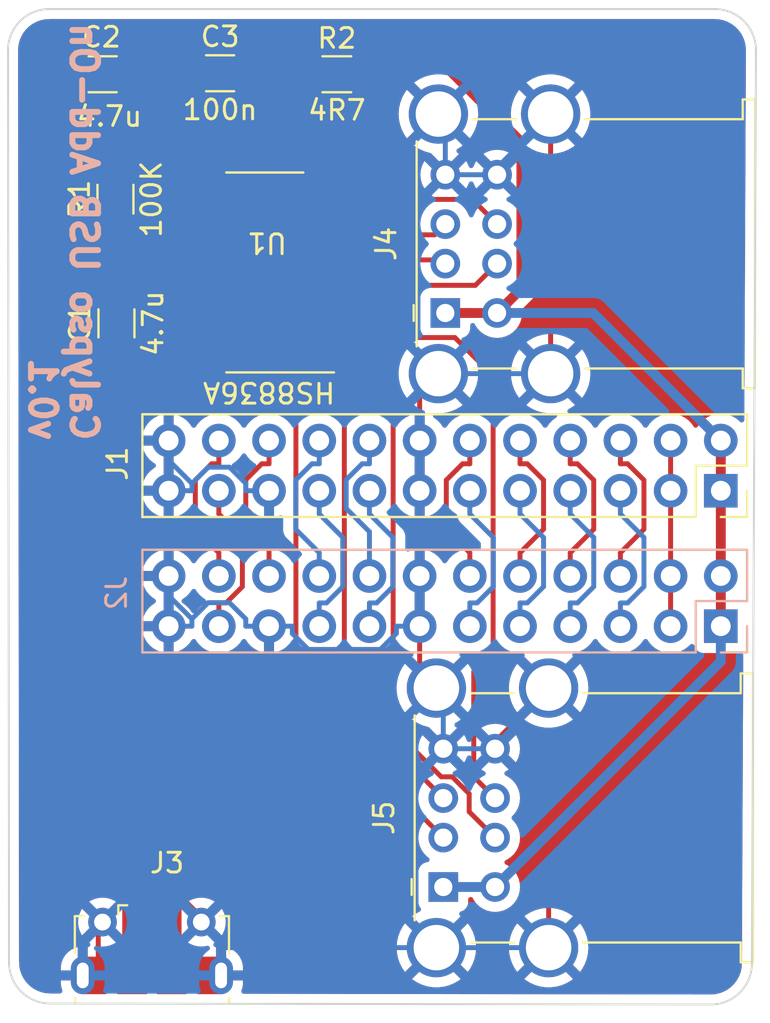
<source format=kicad_pcb>
(kicad_pcb (version 20211014) (generator pcbnew)
  (layers (0 "F.Cu" signal) (31 "B.Cu" signal) (34 "B.Paste" user) (35 "F.Paste" user) (36 "B.SilkS" user "B.Silkscreen") (37 "F.SilkS" user "F.Silkscreen") (38 "B.Mask" user) (39 "F.Mask" user) (44 "Edge.Cuts" user))
  (net 0 "")
  (net 1 "Net-(C1-Pad1)")
  (net 2 "GND")
  (net 3 "Net-(C2-Pad1)")
  (net 4 "+5V")
  (net 5 "+3.3VP")
  (net 6 "RP_AUX0")
  (net 7 "CYC_AUX0")
  (net 8 "RP_AUX1")
  (net 9 "CYC_AUX1")
  (net 10 "RP_AUX2")
  (net 11 "CYC_AUX2")
  (net 12 "RP_AUX3")
  (net 13 "CYC_AUX3")
  (net 14 "SER_RX")
  (net 15 "CYC_AUX4")
  (net 16 "SER_TX")
  (net 17 "CYC_AUX5")
  (net 18 "CYC_AUX6")
  (net 19 "RP_RESET")
  (net 20 "CYC_AUX7")
  (net 22 "UM")
  (net 23 "UP")
  (net 25 "DM1")
  (net 26 "DP1")
  (net 27 "DM2")
  (net 28 "DP2")
  (net 29 "DM3")
  (net 30 "DP3")
  (net 31 "DM4")
  (net 32 "DP4")
  (net 33 "Net-(R1-Pad1)")
  (footprint "Resistor_SMD:R_1206_3216Metric_Pad1.30x1.75mm_HandSolder" (layer "F.Cu") (at 70.2056 54.584 90)
    (fp_text reference "R1" (at 0 -1.82 90) (layer "F.SilkS"))
    (fp_text value "100K" (at 0 1.82 90) (layer "F.SilkS"))
    (fp_line (start -0.727064 -0.91) (end 0.727064 -0.91) (layer "F.SilkS") (width 0.12))
    (fp_line (start -0.727064 0.91) (end 0.727064 0.91) (layer "F.SilkS") (width 0.12))
    (pad "1" smd roundrect (at -1.55 0 90) (size 1.3 1.75) (layers "F.Cu" "F.Paste" "F.Mask") (roundrect_rratio 0.1923076923) (net 33 "Net-(R1-Pad1)"))
    (pad "2" smd roundrect (at 1.55 0 90) (size 1.3 1.75) (layers "F.Cu" "F.Paste" "F.Mask") (roundrect_rratio 0.1923076923) (net 2 "GND"))
  )
  (footprint "Capacitor_SMD:C_1206_3216Metric_Pad1.33x1.80mm_HandSolder" (layer "F.Cu") (at 75.5011 48.2092)
    (fp_text reference "C3" (at 0 -1.85) (layer "F.SilkS"))
    (fp_text value "100n" (at 0 1.85) (layer "F.SilkS"))
    (fp_line (start -0.711252 0.91) (end 0.711252 0.91) (layer "F.SilkS") (width 0.12))
    (fp_line (start -0.711252 -0.91) (end 0.711252 -0.91) (layer "F.SilkS") (width 0.12))
    (pad "1" smd roundrect (at -1.5625 0) (size 1.325 1.8) (layers "F.Cu" "F.Paste" "F.Mask") (roundrect_rratio 0.1886792453) (net 3 "Net-(C2-Pad1)"))
    (pad "2" smd roundrect (at 1.5625 0) (size 1.325 1.8) (layers "F.Cu" "F.Paste" "F.Mask") (roundrect_rratio 0.1886792453) (net 2 "GND"))
  )
  (footprint "Capacitor_SMD:C_1206_3216Metric_Pad1.33x1.80mm_HandSolder" (layer "F.Cu") (at 70.2564 60.8707 90)
    (fp_text reference "C1" (at 0 -1.85 90) (layer "F.SilkS"))
    (fp_text value "4.7u" (at 0 1.85 90) (layer "F.SilkS"))
    (fp_line (start -0.711252 0.91) (end 0.711252 0.91) (layer "F.SilkS") (width 0.12))
    (fp_line (start -0.711252 -0.91) (end 0.711252 -0.91) (layer "F.SilkS") (width 0.12))
    (pad "1" smd roundrect (at -1.5625 0 90) (size 1.325 1.8) (layers "F.Cu" "F.Paste" "F.Mask") (roundrect_rratio 0.1886792453) (net 1 "Net-(C1-Pad1)"))
    (pad "2" smd roundrect (at 1.5625 0 90) (size 1.325 1.8) (layers "F.Cu" "F.Paste" "F.Mask") (roundrect_rratio 0.1886792453) (net 2 "GND"))
  )
  (footprint "Connector_USB:USB_Micro-B_Molex-105017-0001" (layer "F.Cu") (at 72.0504 92.6409)
    (fp_text reference "J3" (at 0.7664 -4.4521) (layer "F.SilkS"))
    (fp_text value "USB_B_Micro" hide)
    (fp_line (start 3.9 0.0875) (end 3.9 -1.7625) (layer "F.SilkS") (width 0.12))
    (fp_line (start -3.9 0.0875) (end -3.9 -1.7625) (layer "F.SilkS") (width 0.12))
    (fp_line (start -1.7 -2.3125) (end -1.7 -1.8625) (layer "F.SilkS") (width 0.12))
    (fp_line (start -3.9 2.6375) (end -3.9 2.3875) (layer "F.SilkS") (width 0.12))
    (fp_line (start 3.9 -1.7625) (end 3.45 -1.7625) (layer "F.SilkS") (width 0.12))
    (fp_line (start -3.9 -1.7625) (end -3.45 -1.7625) (layer "F.SilkS") (width 0.12))
    (fp_line (start -1.7 -2.3125) (end -1.25 -2.3125) (layer "F.SilkS") (width 0.12))
    (fp_line (start 3.9 2.6375) (end 3.9 2.3875) (layer "F.SilkS") (width 0.12))
    (pad "1" smd rect (at -1.3 -1.4625) (size 0.4 1.35) (layers "F.Cu" "F.Paste" "F.Mask"))
    (pad "2" smd rect (at -0.65 -1.4625) (size 0.4 1.35) (layers "F.Cu" "F.Paste" "F.Mask") (net 22 "UM"))
    (pad "3" smd rect (at 0 -1.4625) (size 0.4 1.35) (layers "F.Cu" "F.Paste" "F.Mask") (net 23 "UP"))
    (pad "4" smd rect (at 0.65 -1.4625) (size 0.4 1.35) (layers "F.Cu" "F.Paste" "F.Mask"))
    (pad "5" smd rect (at 1.3 -1.4625) (size 0.4 1.35) (layers "F.Cu" "F.Paste" "F.Mask") (net 2 "GND"))
    (pad "6" thru_hole oval (at 3.5 1.2375) (size 1.2 1.9) (drill oval 0.6 1.3) (layers *.Cu *.Mask) (net 2 "GND"))
    (pad "6" smd rect (at -1 1.2375) (size 1.5 1.9) (layers "F.Cu" "F.Paste" "F.Mask") (net 2 "GND"))
    (pad "6" smd rect (at 1 1.2375) (size 1.5 1.9) (layers "F.Cu" "F.Paste" "F.Mask") (net 2 "GND"))
    (pad "6" smd rect (at 2.9 1.2375) (size 1.2 1.9) (layers "F.Cu" "F.Mask") (net 2 "GND"))
    (pad "6" smd rect (at -2.9 1.2375) (size 1.2 1.9) (layers "F.Cu" "F.Mask") (net 2 "GND"))
    (pad "6" thru_hole circle (at -2.5 -1.4625) (size 1.45 1.45) (drill 0.85) (layers *.Cu *.Mask) (net 2 "GND"))
    (pad "6" thru_hole circle (at 2.5 -1.4625) (size 1.45 1.45) (drill 0.85) (layers *.Cu *.Mask) (net 2 "GND"))
    (pad "6" thru_hole oval (at -3.5 1.2375 180) (size 1.2 1.9) (drill oval 0.6 1.3) (layers *.Cu *.Mask) (net 2 "GND"))
  )
  (footprint "Connector_USB:USB_A_Wuerth_61400826021_Horizontal_Stacked" (layer "F.Cu") (at 86.8968 60.3452 90)
    (fp_text reference "J4" (at 3.5 -3 90) (layer "F.SilkS"))
    (fp_text value "USB_A_Stacked" hide)
    (fp_line (start -2.81 15.05) (end -2.81 7.08) (layer "F.SilkS") (width 0.12))
    (fp_line (start -2.81 3.58) (end -2.81 1.4) (layer "F.SilkS") (width 0.12))
    (fp_line (start -3.81 15.05) (end -2.81 15.05) (layer "F.SilkS") (width 0.12))
    (fp_line (start 9.81 7.08) (end 9.81 15.05) (layer "F.SilkS") (width 0.12))
    (fp_line (start 10.81 15.05) (end 10.81 15.67) (layer "F.SilkS") (width 0.12))
    (fp_line (start 0.4 -1.6) (end -0.4 -1.6) (layer "F.SilkS") (width 0.12))
    (fp_line (start 10.81 15.67) (end -3.81 15.67) (layer "F.SilkS") (width 0.12))
    (fp_line (start -1.69 -1.45) (end 8.69 -1.45) (layer "F.SilkS") (width 0.12))
    (fp_line (start 9.81 3.58) (end 9.81 1.4) (layer "F.SilkS") (width 0.12))
    (fp_line (start 9.81 15.05) (end 10.81 15.05) (layer "F.SilkS") (width 0.12))
    (fp_line (start -3.81 15.67) (end -3.81 15.05) (layer "F.SilkS") (width 0.12))
    (pad "1" thru_hole rect (at 0 0 90) (size 1.5 1.5) (drill 0.92) (layers *.Cu *.Mask) (net 4 "+5V"))
    (pad "2" thru_hole circle (at 2.5 0 90) (size 1.5 1.5) (drill 0.92) (layers *.Cu *.Mask) (net 29 "DM3"))
    (pad "3" thru_hole circle (at 4.5 0 90) (size 1.5 1.5) (drill 0.92) (layers *.Cu *.Mask) (net 30 "DP3"))
    (pad "4" thru_hole circle (at 7 0 90) (size 1.5 1.5) (drill 0.92) (layers *.Cu *.Mask) (net 2 "GND"))
    (pad "5" thru_hole circle (at 0 2.62 90) (size 1.5 1.5) (drill 0.92) (layers *.Cu *.Mask) (net 4 "+5V"))
    (pad "6" thru_hole circle (at 2.5 2.62 90) (size 1.5 1.5) (drill 0.92) (layers *.Cu *.Mask) (net 31 "DM4"))
    (pad "7" thru_hole circle (at 4.5 2.62 90) (size 1.5 1.5) (drill 0.92) (layers *.Cu *.Mask) (net 32 "DP4"))
    (pad "8" thru_hole circle (at 7 2.62 90) (size 1.5 1.5) (drill 0.92) (layers *.Cu *.Mask) (net 2 "GND"))
    (pad "9" thru_hole circle (at -3.07 5.33 90) (size 3 3) (drill 2.3) (layers *.Cu *.Mask) (net 2 "GND"))
    (pad "9" thru_hole circle (at -3.07 -0.35 90) (size 3 3) (drill 2.3) (layers *.Cu *.Mask) (net 2 "GND"))
    (pad "9" thru_hole circle (at 10.07 5.33 90) (size 3 3) (drill 2.3) (layers *.Cu *.Mask) (net 2 "GND"))
    (pad "9" thru_hole circle (at 10.07 -0.35 90) (size 3 3) (drill 2.3) (layers *.Cu *.Mask) (net 2 "GND"))
  )
  (footprint "Capacitor_SMD:C_1206_3216Metric_Pad1.33x1.80mm_HandSolder" (layer "F.Cu") (at 69.5575 48.26 180)
    (fp_text reference "C2" (at 0.0631 1.8796) (layer "F.SilkS"))
    (fp_text value "4.7u" (at -0.3433 -2.1336) (layer "F.SilkS"))
    (fp_line (start -0.711252 0.91) (end 0.711252 0.91) (layer "F.SilkS") (width 0.12))
    (fp_line (start -0.711252 -0.91) (end 0.711252 -0.91) (layer "F.SilkS") (width 0.12))
    (pad "1" smd roundrect (at -1.5625 0 180) (size 1.325 1.8) (layers "F.Cu" "F.Paste" "F.Mask") (roundrect_rratio 0.1886792453) (net 3 "Net-(C2-Pad1)"))
    (pad "2" smd roundrect (at 1.5625 0 180) (size 1.325 1.8) (layers "F.Cu" "F.Paste" "F.Mask") (roundrect_rratio 0.1886792453) (net 2 "GND"))
  )
  (footprint "Resistor_SMD:R_1206_3216Metric_Pad1.30x1.75mm_HandSolder" (layer "F.Cu") (at 81.4076 48.26)
    (fp_text reference "R2" (at 0 -1.82) (layer "F.SilkS"))
    (fp_text value "4R7" (at 0 1.82) (layer "F.SilkS"))
    (fp_line (start -0.727064 -0.91) (end 0.727064 -0.91) (layer "F.SilkS") (width 0.12))
    (fp_line (start -0.727064 0.91) (end 0.727064 0.91) (layer "F.SilkS") (width 0.12))
    (pad "1" smd roundrect (at -1.55 0) (size 1.3 1.75) (layers "F.Cu" "F.Paste" "F.Mask") (roundrect_rratio 0.1923076923) (net 4 "+5V"))
    (pad "2" smd roundrect (at 1.55 0) (size 1.3 1.75) (layers "F.Cu" "F.Paste" "F.Mask") (roundrect_rratio 0.1923076923) (net 1 "Net-(C1-Pad1)"))
  )
  (footprint "Connector_PinSocket_2.54mm:PinSocket_2x12_P2.54mm_Vertical" (layer "F.Cu") (at 100.838 69.342 -90)
    (fp_text reference "J1" (at -1.3716 30.5308 -90) (layer "F.SilkS"))
    (fp_text value "Conn_02x12_Odd_Even" hide)
    (fp_line (start -1.27 -1.33) (end -1.27 1.27) (layer "F.SilkS") (width 0.12))
    (fp_line (start 0 -1.33) (end 1.33 -1.33) (layer "F.SilkS") (width 0.12))
    (fp_line (start 1.33 1.27) (end 1.33 29.27) (layer "F.SilkS") (width 0.12))
    (fp_line (start 1.33 -1.33) (end 1.33 0) (layer "F.SilkS") (width 0.12))
    (fp_line (start -3.87 -1.33) (end -3.87 29.27) (layer "F.SilkS") (width 0.12))
    (fp_line (start -1.27 1.27) (end 1.33 1.27) (layer "F.SilkS") (width 0.12))
    (fp_line (start -3.87 -1.33) (end -1.27 -1.33) (layer "F.SilkS") (width 0.12))
    (fp_line (start -3.87 29.27) (end 1.33 29.27) (layer "F.SilkS") (width 0.12))
    (pad "1" thru_hole rect (at 0 0 270) (size 1.7 1.7) (drill 1) (layers *.Cu *.Mask) (net 4 "+5V"))
    (pad "2" thru_hole oval (at -2.54 0 270) (size 1.7 1.7) (drill 1) (layers *.Cu *.Mask) (net 4 "+5V"))
    (pad "3" thru_hole oval (at 0 2.54 270) (size 1.7 1.7) (drill 1) (layers *.Cu *.Mask) (net 5 "+3.3VP"))
    (pad "4" thru_hole oval (at -2.54 2.54 270) (size 1.7 1.7) (drill 1) (layers *.Cu *.Mask) (net 5 "+3.3VP"))
    (pad "5" thru_hole oval (at 0 5.08 270) (size 1.7 1.7) (drill 1) (layers *.Cu *.Mask) (net 6 "RP_AUX0"))
    (pad "6" thru_hole oval (at -2.54 5.08 270) (size 1.7 1.7) (drill 1) (layers *.Cu *.Mask) (net 7 "CYC_AUX0"))
    (pad "7" thru_hole oval (at 0 7.62 270) (size 1.7 1.7) (drill 1) (layers *.Cu *.Mask) (net 8 "RP_AUX1"))
    (pad "8" thru_hole oval (at -2.54 7.62 270) (size 1.7 1.7) (drill 1) (layers *.Cu *.Mask) (net 9 "CYC_AUX1"))
    (pad "9" thru_hole oval (at 0 10.16 270) (size 1.7 1.7) (drill 1) (layers *.Cu *.Mask) (net 10 "RP_AUX2"))
    (pad "10" thru_hole oval (at -2.54 10.16 270) (size 1.7 1.7) (drill 1) (layers *.Cu *.Mask) (net 11 "CYC_AUX2"))
    (pad "11" thru_hole oval (at 0 12.7 270) (size 1.7 1.7) (drill 1) (layers *.Cu *.Mask) (net 12 "RP_AUX3"))
    (pad "12" thru_hole oval (at -2.54 12.7 270) (size 1.7 1.7) (drill 1) (layers *.Cu *.Mask) (net 13 "CYC_AUX3"))
    (pad "13" thru_hole oval (at 0 15.24 270) (size 1.7 1.7) (drill 1) (layers *.Cu *.Mask) (net 2 "GND"))
    (pad "14" thru_hole oval (at -2.54 15.24 270) (size 1.7 1.7) (drill 1) (layers *.Cu *.Mask) (net 2 "GND"))
    (pad "15" thru_hole oval (at 0 17.78 270) (size 1.7 1.7) (drill 1) (layers *.Cu *.Mask) (net 14 "SER_RX"))
    (pad "16" thru_hole oval (at -2.54 17.78 270) (size 1.7 1.7) (drill 1) (layers *.Cu *.Mask) (net 15 "CYC_AUX4"))
    (pad "17" thru_hole oval (at 0 20.32 270) (size 1.7 1.7) (drill 1) (layers *.Cu *.Mask) (net 16 "SER_TX"))
    (pad "18" thru_hole oval (at -2.54 20.32 270) (size 1.7 1.7) (drill 1) (layers *.Cu *.Mask) (net 17 "CYC_AUX5"))
    (pad "19" thru_hole oval (at 0 22.86 270) (size 1.7 1.7) (drill 1) (layers *.Cu *.Mask) (net 2 "GND"))
    (pad "20" thru_hole oval (at -2.54 22.86 270) (size 1.7 1.7) (drill 1) (layers *.Cu *.Mask) (net 18 "CYC_AUX6"))
    (pad "21" thru_hole oval (at 0 25.4 270) (size 1.7 1.7) (drill 1) (layers *.Cu *.Mask) (net 19 "RP_RESET"))
    (pad "22" thru_hole oval (at -2.54 25.4 270) (size 1.7 1.7) (drill 1) (layers *.Cu *.Mask) (net 20 "CYC_AUX7"))
    (pad "23" thru_hole oval (at 0 27.94 270) (size 1.7 1.7) (drill 1) (layers *.Cu *.Mask) (net 2 "GND"))
    (pad "24" thru_hole oval (at -2.54 27.94 270) (size 1.7 1.7) (drill 1) (layers *.Cu *.Mask) (net 2 "GND"))
  )
  (footprint "Connector_USB:USB_A_Wuerth_61400826021_Horizontal_Stacked" (layer "F.Cu") (at 86.7952 89.4028 90)
    (fp_text reference "J5" (at 3.5 -3 90) (layer "F.SilkS"))
    (fp_text value "USB_A_Stacked" hide)
    (fp_line (start 9.81 7.08) (end 9.81 15.05) (layer "F.SilkS") (width 0.12))
    (fp_line (start 0.4 -1.6) (end -0.4 -1.6) (layer "F.SilkS") (width 0.12))
    (fp_line (start 10.81 15.05) (end 10.81 15.67) (layer "F.SilkS") (width 0.12))
    (fp_line (start -1.69 -1.45) (end 8.69 -1.45) (layer "F.SilkS") (width 0.12))
    (fp_line (start -2.81 3.58) (end -2.81 1.4) (layer "F.SilkS") (width 0.12))
    (fp_line (start -2.81 15.05) (end -2.81 7.08) (layer "F.SilkS") (width 0.12))
    (fp_line (start -3.81 15.67) (end -3.81 15.05) (layer "F.SilkS") (width 0.12))
    (fp_line (start 10.81 15.67) (end -3.81 15.67) (layer "F.SilkS") (width 0.12))
    (fp_line (start -3.81 15.05) (end -2.81 15.05) (layer "F.SilkS") (width 0.12))
    (fp_line (start 9.81 3.58) (end 9.81 1.4) (layer "F.SilkS") (width 0.12))
    (fp_line (start 9.81 15.05) (end 10.81 15.05) (layer "F.SilkS") (width 0.12))
    (pad "1" thru_hole rect (at 0 0 90) (size 1.5 1.5) (drill 0.92) (layers *.Cu *.Mask) (net 4 "+5V"))
    (pad "2" thru_hole circle (at 2.5 0 90) (size 1.5 1.5) (drill 0.92) (layers *.Cu *.Mask) (net 25 "DM1"))
    (pad "3" thru_hole circle (at 4.5 0 90) (size 1.5 1.5) (drill 0.92) (layers *.Cu *.Mask) (net 26 "DP1"))
    (pad "4" thru_hole circle (at 7 0 90) (size 1.5 1.5) (drill 0.92) (layers *.Cu *.Mask) (net 2 "GND"))
    (pad "5" thru_hole circle (at 0 2.62 90) (size 1.5 1.5) (drill 0.92) (layers *.Cu *.Mask) (net 4 "+5V"))
    (pad "6" thru_hole circle (at 2.5 2.62 90) (size 1.5 1.5) (drill 0.92) (layers *.Cu *.Mask) (net 27 "DM2"))
    (pad "7" thru_hole circle (at 4.5 2.62 90) (size 1.5 1.5) (drill 0.92) (layers *.Cu *.Mask) (net 28 "DP2"))
    (pad "8" thru_hole circle (at 7 2.62 90) (size 1.5 1.5) (drill 0.92) (layers *.Cu *.Mask) (net 2 "GND"))
    (pad "9" thru_hole circle (at 10.07 -0.35 90) (size 3 3) (drill 2.3) (layers *.Cu *.Mask) (net 2 "GND"))
    (pad "9" thru_hole circle (at 10.07 5.33 90) (size 3 3) (drill 2.3) (layers *.Cu *.Mask) (net 2 "GND"))
    (pad "9" thru_hole circle (at -3.07 5.33 90) (size 3 3) (drill 2.3) (layers *.Cu *.Mask) (net 2 "GND"))
    (pad "9" thru_hole circle (at -3.07 -0.35 90) (size 3 3) (drill 2.3) (layers *.Cu *.Mask) (net 2 "GND"))
  )
  (footprint "Package_SO:SOP-16_3.9x9.9mm_P1.27mm" (layer "F.Cu") (at 77.764 58.293 180)
    (fp_text reference "U1" (at -0.1124 1.4986 180 unlocked) (layer "F.SilkS"))
    (fp_text value "HS8836A" (at -0.214 -6.0706 180 unlocked) (layer "F.SilkS"))
    (fp_line (start 0 5.06) (end 1.95 5.06) (layer "F.SilkS") (width 0.12))
    (fp_line (start 0 -5.06) (end 1.95 -5.06) (layer "F.SilkS") (width 0.12))
    (fp_line (start 0 5.06) (end -1.95 5.06) (layer "F.SilkS") (width 0.12))
    (fp_line (start 0 -5.06) (end -3.5 -5.06) (layer "F.SilkS") (width 0.12))
    (pad "1" smd roundrect (at -2.5 -4.445 180) (size 2 0.6) (layers "F.Cu" "F.Paste" "F.Mask") (net 25 "DM1"))
    (pad "2" smd roundrect (at -2.5 -3.175 180) (size 2 0.6) (layers "F.Cu" "F.Paste" "F.Mask") (net 26 "DP1"))
    (pad "3" smd roundrect (at -2.5 -1.905 180) (size 2 0.6) (layers "F.Cu" "F.Paste" "F.Mask") (net 27 "DM2"))
    (pad "4" smd roundrect (at -2.5 -0.635 180) (size 2 0.6) (layers "F.Cu" "F.Paste" "F.Mask") (net 28 "DP2"))
    (pad "5" smd roundrect (at -2.5 0.635 180) (size 2 0.6) (layers "F.Cu" "F.Paste" "F.Mask") (net 29 "DM3"))
    (pad "6" smd roundrect (at -2.5 1.905 180) (size 2 0.6) (layers "F.Cu" "F.Paste" "F.Mask") (net 30 "DP3"))
    (pad "7" smd roundrect (at -2.5 3.175 180) (size 2 0.6) (layers "F.Cu" "F.Paste" "F.Mask") (net 31 "DM4"))
    (pad "8" smd roundrect (at -2.5 4.445 180) (size 2 0.6) (layers "F.Cu" "F.Paste" "F.Mask") (net 32 "DP4"))
    (pad "9" smd roundrect (at 2.5 4.445 180) (size 2 0.6) (layers "F.Cu" "F.Paste" "F.Mask") (net 33 "Net-(R1-Pad1)"))
    (pad "10" smd roundrect (at 2.5 3.175 180) (size 2 0.6) (layers "F.Cu" "F.Paste" "F.Mask") (net 22 "UM"))
    (pad "11" smd roundrect (at 2.5 1.905 180) (size 2 0.6) (layers "F.Cu" "F.Paste" "F.Mask") (net 23 "UP"))
    (pad "12" smd roundrect (at 2.5 0.635 180) (size 2 0.6) (layers "F.Cu" "F.Paste" "F.Mask") (net 3 "Net-(C2-Pad1)"))
    (pad "13" smd roundrect (at 2.5 -0.635 180) (size 2 0.6) (layers "F.Cu" "F.Paste" "F.Mask") (net 1 "Net-(C1-Pad1)"))
    (pad "14" smd roundrect (at 2.5 -1.905 180) (size 2 0.6) (layers "F.Cu" "F.Paste" "F.Mask") (net 3 "Net-(C2-Pad1)"))
    (pad "15" smd roundrect (at 2.5 -3.175 180) (size 2 0.6) (layers "F.Cu" "F.Paste" "F.Mask"))
    (pad "16" smd roundrect (at 2.5 -4.445 180) (size 2 0.6) (layers "F.Cu" "F.Paste" "F.Mask") (net 2 "GND"))
  )
  (footprint "Connector_PinHeader_2.54mm:PinHeader_2x12_P2.54mm_Vertical" (layer "B.Cu") (at 100.838 76.2 90)
    (fp_text reference "J2" (at 1.6764 -30.5816 270) (layer "B.SilkS") (effects (justify mirror)))
    (fp_text value "Conn_02x12_Odd_Even" hide)
    (fp_line (start -1.33 -1.27) (end -1.33 -29.27) (layer "B.SilkS") (width 0.12))
    (fp_line (start -1.33 -1.27) (end 1.27 -1.27) (layer "B.SilkS") (width 0.12))
    (fp_line (start 1.27 -1.27) (end 1.27 1.33) (layer "B.SilkS") (width 0.12))
    (fp_line (start 3.87 1.33) (end 3.87 -29.27) (layer "B.SilkS") (width 0.12))
    (fp_line (start 1.27 1.33) (end 3.87 1.33) (layer "B.SilkS") (width 0.12))
    (fp_line (start -1.33 -29.27) (end 3.87 -29.27) (layer "B.SilkS") (width 0.12))
    (fp_line (start -1.33 1.33) (end 0 1.33) (layer "B.SilkS") (width 0.12))
    (fp_line (start -1.33 0) (end -1.33 1.33) (layer "B.SilkS") (width 0.12))
    (pad "1" thru_hole rect (at 0 0 90) (size 1.7 1.7) (drill 1) (layers *.Cu *.Mask) (net 4 "+5V"))
    (pad "2" thru_hole oval (at 2.54 0 90) (size 1.7 1.7) (drill 1) (layers *.Cu *.Mask) (net 4 "+5V"))
    (pad "3" thru_hole oval (at 0 -2.54 90) (size 1.7 1.7) (drill 1) (layers *.Cu *.Mask) (net 5 "+3.3VP"))
    (pad "4" thru_hole oval (at 2.54 -2.54 90) (size 1.7 1.7) (drill 1) (layers *.Cu *.Mask) (net 5 "+3.3VP"))
    (pad "5" thru_hole oval (at 0 -5.08 90) (size 1.7 1.7) (drill 1) (layers *.Cu *.Mask) (net 6 "RP_AUX0"))
    (pad "6" thru_hole oval (at 2.54 -5.08 90) (size 1.7 1.7) (drill 1) (layers *.Cu *.Mask) (net 7 "CYC_AUX0"))
    (pad "7" thru_hole oval (at 0 -7.62 90) (size 1.7 1.7) (drill 1) (layers *.Cu *.Mask) (net 8 "RP_AUX1"))
    (pad "8" thru_hole oval (at 2.54 -7.62 90) (size 1.7 1.7) (drill 1) (layers *.Cu *.Mask) (net 9 "CYC_AUX1"))
    (pad "9" thru_hole oval (at 0 -10.16 90) (size 1.7 1.7) (drill 1) (layers *.Cu *.Mask) (net 10 "RP_AUX2"))
    (pad "10" thru_hole oval (at 2.54 -10.16 90) (size 1.7 1.7) (drill 1) (layers *.Cu *.Mask) (net 11 "CYC_AUX2"))
    (pad "11" thru_hole oval (at 0 -12.7 90) (size 1.7 1.7) (drill 1) (layers *.Cu *.Mask) (net 12 "RP_AUX3"))
    (pad "12" thru_hole oval (at 2.54 -12.7 90) (size 1.7 1.7) (drill 1) (layers *.Cu *.Mask) (net 13 "CYC_AUX3"))
    (pad "13" thru_hole oval (at 0 -15.24 90) (size 1.7 1.7) (drill 1) (layers *.Cu *.Mask) (net 2 "GND"))
    (pad "14" thru_hole oval (at 2.54 -15.24 90) (size 1.7 1.7) (drill 1) (layers *.Cu *.Mask) (net 2 "GND"))
    (pad "15" thru_hole oval (at 0 -17.78 90) (size 1.7 1.7) (drill 1) (layers *.Cu *.Mask) (net 14 "SER_RX"))
    (pad "16" thru_hole oval (at 2.54 -17.78 90) (size 1.7 1.7) (drill 1) (layers *.Cu *.Mask) (net 15 "CYC_AUX4"))
    (pad "17" thru_hole oval (at 0 -20.32 90) (size 1.7 1.7) (drill 1) (layers *.Cu *.Mask) (net 16 "SER_TX"))
    (pad "18" thru_hole oval (at 2.54 -20.32 90) (size 1.7 1.7) (drill 1) (layers *.Cu *.Mask) (net 17 "CYC_AUX5"))
    (pad "19" thru_hole oval (at 0 -22.86 90) (size 1.7 1.7) (drill 1) (layers *.Cu *.Mask) (net 2 "GND"))
    (pad "20" thru_hole oval (at 2.54 -22.86 90) (size 1.7 1.7) (drill 1) (layers *.Cu *.Mask) (net 18 "CYC_AUX6"))
    (pad "21" thru_hole oval (at 0 -25.4 90) (size 1.7 1.7) (drill 1) (layers *.Cu *.Mask) (net 19 "RP_RESET"))
    (pad "22" thru_hole oval (at 2.54 -25.4 90) (size 1.7 1.7) (drill 1) (layers *.Cu *.Mask) (net 20 "CYC_AUX7"))
    (pad "23" thru_hole oval (at 0 -27.94 90) (size 1.7 1.7) (drill 1) (layers *.Cu *.Mask) (net 2 "GND"))
    (pad "24" thru_hole oval (at 2.54 -27.94 90) (size 1.7 1.7) (drill 1) (layers *.Cu *.Mask) (net 2 "GND"))
  )
  (gr_arc (start 64.77 47.0408) (mid 65.380038 45.568038) (end 66.8528 44.958) (layer "Edge.Cuts") (width 0.1))
  (gr_arc (start 100.533638 44.957562) (mid 102.0064 45.5676) (end 102.616438 47.040362) (layer "Edge.Cuts") (width 0.1))
  (gr_arc (start 66.9036 95.3008) (mid 65.430838 94.690762) (end 64.8208 93.218) (layer "Edge.Cuts") (width 0.1))
  (gr_line (start 100.33 95.3516) (end 66.9036 95.3008) (layer "Edge.Cuts") (width 0.1))
  (gr_line (start 66.8528 44.958) (end 100.533638 44.957562) (layer "Edge.Cuts") (width 0.1))
  (gr_line (start 102.616438 47.040362) (end 102.4128 93.2688) (layer "Edge.Cuts") (width 0.1))
  (gr_line (start 64.8208 93.218) (end 64.77 47.0408) (layer "Edge.Cuts") (width 0.1))
  (gr_arc (start 102.4128 93.2688) (mid 101.802762 94.741562) (end 100.33 95.3516) (layer "Edge.Cuts") (width 0.1))
  (gr_text "Calypso USB Add-On\nv0.1\n" (at 67.564 66.9544 -90) (layer "B.SilkS") (effects (font (size 1.3 1.3) (thickness 0.3)) (justify left mirror)))
  (segment (start 76.6088 60.5495) (end 76.6088 59.8554) (width 0.25) (layer "F.Cu") (net 1))
  (segment (start 76.6088 59.8554) (end 75.6814 58.928) (width 0.25) (layer "F.Cu") (net 1))
  (segment (start 72.3363 62.4332) (end 73.9365 60.833) (width 0.25) (layer "F.Cu") (net 1))
  (segment (start 73.9365 60.833) (end 76.3253 60.833) (width 0.25) (layer "F.Cu") (net 1))
  (segment (start 78.4506 56.1588) (end 75.6814 58.928) (width 0.25) (layer "F.Cu") (net 1))
  (segment (start 70.2564 62.4332) (end 72.3363 62.4332) (width 0.25) (layer "F.Cu") (net 1))
  (segment (start 78.4506 52.767) (end 78.4506 56.1588) (width 0.25) (layer "F.Cu") (net 1))
  (segment (start 82.9576 48.26) (end 78.4506 52.767) (width 0.25) (layer "F.Cu") (net 1))
  (segment (start 76.3253 60.833) (end 76.6088 60.5495) (width 0.25) (layer "F.Cu") (net 1))
  (segment (start 75.6814 58.928) (end 75.264 58.928) (width 0.25) (layer "F.Cu") (net 1))
  (segment (start 78.9447 46.3281) (end 88.2797 46.3281) (width 0.25) (layer "F.Cu") (net 2))
  (segment (start 69.335 91.3938) (end 69.5504 91.1784) (width 0.25) (layer "F.Cu") (net 2))
  (segment (start 68.9949 54.2447) (end 70.2056 53.034) (width 0.25) (layer "F.Cu") (net 2))
  (segment (start 72.898 66.802) (end 72.898 65.6251) (width 0.25) (layer "F.Cu") (net 2))
  (segment (start 69.335 93.2399) (end 69.335 91.3938) (width 0.25) (layer "F.Cu") (net 2))
  (segment (start 85.598 66.802) (end 85.598 69.342) (width 0.25) (layer "F.Cu") (net 2))
  (segment (start 92.1252 92.4728) (end 92.1252 85.1128) (width 0.25) (layer "F.Cu") (net 2))
  (segment (start 73.0504 93.2399) (end 73.0504 92.6015) (width 0.25) (layer "F.Cu") (net 2))
  (segment (start 67.995 48.26) (end 69.2759 46.9791) (width 0.25) (layer "F.Cu") (net 2))
  (segment (start 85.598 76.2) (end 85.598 73.66) (width 0.25) (layer "F.Cu") (net 2))
  (segment (start 73.3504 91.1784) (end 73.3504 90.1765) (width 0.25) (layer "F.Cu") (net 2))
  (segment (start 86.4452 79.3328) (end 85.598 78.4856) (width 0.25) (layer "F.Cu") (net 2))
  (segment (start 88.2797 46.3281) (end 92.2268 50.2752) (width 0.25) (layer "F.Cu") (net 2))
  (segment (start 74.5504 91.1784) (end 74.5504 90.9278) (width 0.25) (layer "F.Cu") (net 2))
  (segment (start 75.8335 46.9791) (end 77.0636 48.2092) (width 0.25) (layer "F.Cu") (net 2))
  (segment (start 69.1504 93.8784) (end 68.5504 93.8784) (width 0.25) (layer "F.Cu") (net 2))
  (segment (start 75.264 63.2591) (end 75.264 62.738) (width 0.25) (layer "F.Cu") (net 2))
  (segment (start 85.598 64.364) (end 85.598 66.802) (width 0.25) (layer "F.Cu") (net 2))
  (segment (start 74.5504 90.9278) (end 73.7991 90.1765) (width 0.25) (layer "F.Cu") (net 2))
  (segment (start 75.5504 93.8784) (end 74.9504 93.8784) (width 0.25) (layer "F.Cu") (net 2))
  (segment (start 73.3504 92.3015) (end 73.3504 91.1784) (width 0.25) (layer "F.Cu") (net 2))
  (segment (start 73.0504 93.8784) (end 73.0504 93.2399) (width 0.25) (layer "F.Cu") (net 2))
  (segment (start 69.335 93.2399) (end 69.9735 93.8784) (width 0.25) (layer "F.Cu") (net 2))
  (segment (start 67.995 50.8234) (end 70.2056 53.034) (width 0.25) (layer "F.Cu") (net 2))
  (segment (start 71.0504 93.8784) (end 72.1273 93.8784) (width 0.25) (layer "F.Cu") (net 2))
  (segment (start 72.7658 93.2399) (end 72.1273 93.8784) (width 0.25) (layer "F.Cu") (net 2))
  (segment (start 92.2268 50.2752) (end 92.2268 63.4152) (width 0.25) (layer "F.Cu") (net 2))
  (segment (start 73.0504 93.2399) (end 72.7658 93.2399) (width 0.25) (layer "F.Cu") (net 2))
  (segment (start 69.1504 93.8784) (end 69.1504 93.2399) (width 0.25) (layer "F.Cu") (net 2))
  (segment (start 71.0504 93.8784) (end 69.9735 93.8784) (width 0.25) (layer "F.Cu") (net 2))
  (segment (start 70.2564 59.3082) (end 68.9949 58.0467) (width 0.25) (layer "F.Cu") (net 2))
  (segment (start 72.898 69.342) (end 72.898 73.66) (width 0.25) (layer "F.Cu") (net 2))
  (segment (start 85.598 78.4856) (end 85.598 76.2) (width 0.25) (layer "F.Cu") (net 2))
  (segment (start 68.9949 58.0467) (end 68.9949 54.2447) (width 0.25) (layer "F.Cu") (net 2))
  (segment (start 85.598 69.342) (end 85.598 73.66) (width 0.25) (layer "F.Cu") (net 2))
  (segment (start 89.4152 82.0428) (end 89.4152 82.4028) (width 0.25) (layer "F.Cu") (net 2))
  (segment (start 92.1252 79.3328) (end 89.4152 82.0428) (width 0.25) (layer "F.Cu") (net 2))
  (segment (start 92.1252 85.1128) (end 89.4152 82.4028) (width 0.25) (layer "F.Cu") (net 2))
  (segment (start 77.0636 48.2092) (end 78.9447 46.3281) (width 0.25) (layer "F.Cu") (net 2))
  (segment (start 73.7991 90.1765) (end 73.3504 90.1765) (width 0.25) (layer "F.Cu") (net 2))
  (segment (start 69.2759 46.9791) (end 75.8335 46.9791) (width 0.25) (layer "F.Cu") (net 2))
  (segment (start 67.995 48.26) (end 67.995 50.8234) (width 0.25) (layer "F.Cu") (net 2))
  (segment (start 73.0504 92.6015) (end 73.3504 92.3015) (width 0.25) (layer "F.Cu") (net 2))
  (segment (start 86.5468 63.4152) (end 85.598 64.364) (width 0.25) (layer "F.Cu") (net 2))
  (segment (start 72.898 65.6251) (end 75.264 63.2591) (width 0.25) (layer "F.Cu") (net 2))
  (segment (start 69.1504 93.2399) (end 69.335 93.2399) (width 0.25) (layer "F.Cu") (net 2))
  (segment (start 76.8011 69.342) (end 76.8011 68.9742) (width 0.25) (layer "B.Cu") (net 2))
  (segment (start 89.5168 52.9852) (end 89.5168 53.3452) (width 0.25) (layer "B.Cu") (net 2))
  (segment (start 86.4452 79.3328) (end 86.7952 79.6828) (width 0.25) (layer "B.Cu") (net 2))
  (segment (start 77.978 69.342) (end 76.8011 69.342) (width 0.25) (layer "B.Cu") (net 2))
  (segment (start 75.9763 75.0094) (end 76.8011 75.8342) (width 0.25) (layer "B.Cu") (net 2))
  (segment (start 77.978 76.2) (end 79.1549 76.2) (width 0.25) (layer "B.Cu") (net 2))
  (segment (start 73.0776 67.9789) (end 72.898 67.9789) (width 0.25) (layer "B.Cu") (net 2))
  (segment (start 79.1549 76.5679) (end 79.9639 77.3769) (width 0.25) (layer "B.Cu") (net 2))
  (segment (start 92.2268 63.4152) (end 86.5468 63.4152) (width 0.25) (layer "B.Cu") (net 2))
  (segment (start 74.8977 75.0094) (end 75.9763 75.0094) (width 0.25) (layer "B.Cu") (net 2))
  (segment (start 86.7952 79.6828) (end 86.7952 82.4028) (width 0.25) (layer "B.Cu") (net 2))
  (segment (start 83.61 77.3769) (end 84.4211 76.5658) (width 0.25) (layer "B.Cu") (net 2))
  (segment (start 84.4211 76.5658) (end 84.4211 76.2) (width 0.25) (layer "B.Cu") (net 2))
  (segment (start 72.898 73.66) (end 72.898 74.8369) (width 0.25) (layer "B.Cu") (net 2))
  (segment (start 74.0749 75.8322) (end 73.0796 74.8369) (width 0.25) (layer "B.Cu") (net 2))
  (segment (start 77.978 76.2) (end 76.8011 76.2) (width 0.25) (layer "B.Cu") (net 2))
  (segment (start 86.8968 50.6252) (end 86.8968 53.3452) (width 0.25) (layer "B.Cu") (net 2))
  (segment (start 86.4452 92.4728) (end 75.6791 92.4728) (width 0.25) (layer "B.Cu") (net 2))
  (segment (start 74.8997 68.1514) (end 74.0749 68.9762) (width 0.25) (layer "B.Cu") (net 2))
  (segment (start 92.1252 92.4728) (end 86.4452 92.4728) (width 0.25) (layer "B.Cu") (net 2))
  (segment (start 74.5504 91.1784) (end 75.6791 92.3071) (width 0.25) (layer "B.Cu") (net 2))
  (segment (start 76.8011 68.9742) (end 75.9783 68.1514) (width 0.25) (layer "B.Cu") (net 2))
  (segment (start 76.8011 75.8342) (end 76.8011 76.2) (width 0.25) (layer "B.Cu") (net 2))
  (segment (start 72.898 69.342) (end 74.0749 69.342) (width 0.25) (layer "B.Cu") (net 2))
  (segment (start 75.6791 92.3071) (end 75.6791 92.4728) (width 0.25) (layer "B.Cu") (net 2))
  (segment (start 74.0749 75.8322) (end 74.8977 75.0094) (width 0.25) (layer "B.Cu") (net 2))
  (segment (start 79.1549 76.2) (end 79.1549 76.5679) (width 0.25) (layer "B.Cu") (net 2))
  (segment (start 89.5168 53.3452) (end 86.8968 53.3452) (width 0.25) (layer "B.Cu") (net 2))
  (segment (start 86.5468 50.2752) (end 86.8968 50.6252) (width 0.25) (layer "B.Cu") (net 2))
  (segment (start 74.0749 68.9762) (end 73.0776 67.9789) (width 0.25) (layer "B.Cu") (net 2))
  (segment (start 72.898 76.2) (end 74.0749 76.2) (width 0.25) (layer "B.Cu") (net 2))
  (segment (start 89.4152 82.4028) (end 86.7952 82.4028) (width 0.25) (layer "B.Cu") (net 2))
  (segment (start 75.6791 92.4728) (end 75.5504 92.6015) (width 0.25) (layer "B.Cu") (net 2))
  (segment (start 92.2268 50.2752) (end 89.5168 52.9852) (width 0.25) (layer "B.Cu") (net 2))
  (segment (start 74.0749 76.2) (end 74.0749 75.8322) (width 0.25) (layer "B.Cu") (net 2))
  (segment (start 85.598 76.2) (end 84.4211 76.2) (width 0.25) (layer "B.Cu") (net 2))
  (segment (start 75.5504 93.8784) (end 75.5504 92.6015) (width 0.25) (layer "B.Cu") (net 2))
  (segment (start 79.9639 77.3769) (end 83.61 77.3769) (width 0.25) (layer "B.Cu") (net 2))
  (segment (start 74.0749 68.9762) (end 74.0749 69.342) (width 0.25) (layer "B.Cu") (net 2))
  (segment (start 75.9783 68.1514) (end 74.8997 68.1514) (width 0.25) (layer "B.Cu") (net 2))
  (segment (start 73.0796 74.8369) (end 72.898 74.8369) (width 0.25) (layer "B.Cu") (net 2))
  (segment (start 72.898 66.802) (end 72.898 67.9789) (width 0.25) (layer "B.Cu") (net 2))
  (segment (start 74.8371 60.198) (end 75.264 60.198) (width 0.25) (layer "F.Cu") (net 3))
  (segment (start 75.264 57.658) (end 74.8585 57.658) (width 0.25) (layer "F.Cu") (net 3))
  (segment (start 76.5917 56.818) (end 75.7517 57.658) (width 0.25) (layer "F.Cu") (net 3))
  (segment (start 74.8585 57.658) (end 73.9273 58.5892) (width 0.25) (layer "F.Cu") (net 3))
  (segment (start 73.8878 48.26) (end 73.9386 48.2092) (width 0.25) (layer "F.Cu") (net 3))
  (segment (start 73.9273 59.2882) (end 74.8371 60.198) (width 0.25) (layer "F.Cu") (net 3))
  (segment (start 76.5917 50.9639) (end 76.5917 56.818) (width 0.25) (layer "F.Cu") (net 3))
  (segment (start 75.7517 57.658) (end 75.264 57.658) (width 0.25) (layer "F.Cu") (net 3))
  (segment (start 73.8878 48.26) (end 76.5917 50.9639) (width 0.25) (layer "F.Cu") (net 3))
  (segment (start 73.9273 58.5892) (end 73.9273 59.2882) (width 0.25) (layer "F.Cu") (net 3))
  (segment (start 71.12 48.26) (end 73.8878 48.26) (width 0.25) (layer "F.Cu") (net 3))
  (segment (start 81.19 46.9276) (end 85.9814 46.9276) (width 0.5) (layer "F.Cu") (net 4))
  (segment (start 89.5168 60.3452) (end 88.0987 60.3452) (width 0.5) (layer "F.Cu") (net 4))
  (segment (start 90.7476 51.6938) (end 90.7476 59.1144) (width 0.5) (layer "F.Cu") (net 4))
  (segment (start 100.838 73.66) (end 100.838 76.2) (width 0.5) (layer "F.Cu") (net 4))
  (segment (start 90.7476 59.1144) (end 89.5168 60.3452) (width 0.5) (layer "F.Cu") (net 4))
  (segment (start 100.838 69.342) (end 100.838 73.66) (width 0.5) (layer "F.Cu") (net 4))
  (segment (start 100.838 66.802) (end 100.838 69.342) (width 0.5) (layer "F.Cu") (net 4))
  (segment (start 79.8576 48.26) (end 81.19 46.9276) (width 0.5) (layer "F.Cu") (net 4))
  (segment (start 85.9814 46.9276) (end 90.7476 51.6938) (width 0.5) (layer "F.Cu") (net 4))
  (segment (start 86.8968 60.3452) (end 88.0987 60.3452) (width 0.5) (layer "F.Cu") (net 4))
  (segment (start 94.3812 60.3452) (end 89.5168 60.3452) (width 0.5) (layer "B.Cu") (net 4))
  (segment (start 86.7952 89.4028) (end 87.9971 89.4028) (width 0.5) (layer "B.Cu") (net 4))
  (segment (start 100.838 66.802) (end 94.3812 60.3452) (width 0.5) (layer "B.Cu") (net 4))
  (segment (start 100.838 77.98) (end 89.4152 89.4028) (width 0.5) (layer "B.Cu") (net 4))
  (segment (start 100.838 76.2) (end 100.838 77.98) (width 0.5) (layer "B.Cu") (net 4))
  (segment (start 89.4152 89.4028) (end 87.9971 89.4028) (width 0.5) (layer "B.Cu") (net 4))
  (segment (start 98.298 73.66) (end 98.298 76.2) (width 0.25) (layer "F.Cu") (net 5))
  (segment (start 98.298 69.342) (end 98.298 73.66) (width 0.25) (layer "F.Cu") (net 5))
  (segment (start 98.298 66.802) (end 98.298 69.342) (width 0.25) (layer "F.Cu") (net 5))
  (segment (start 96.9486 71.7095) (end 96.9486 74.1983) (width 0.25) (layer "B.Cu") (net 6))
  (segment (start 95.758 76.2) (end 95.758 75.0231) (width 0.25) (layer "B.Cu") (net 6))
  (segment (start 96.9486 74.1983) (end 96.1238 75.0231) (width 0.25) (layer "B.Cu") (net 6))
  (segment (start 95.758 70.5189) (end 96.9486 71.7095) (width 0.25) (layer "B.Cu") (net 6))
  (segment (start 96.1238 75.0231) (end 95.758 75.0231) (width 0.25) (layer "B.Cu") (net 6))
  (segment (start 95.758 69.342) (end 95.758 70.5189) (width 0.25) (layer "B.Cu") (net 6))
  (segment (start 96.9486 71.2925) (end 96.9486 68.8037) (width 0.25) (layer "F.Cu") (net 7))
  (segment (start 96.1238 67.9789) (end 95.758 67.9789) (width 0.25) (layer "F.Cu") (net 7))
  (segment (start 95.758 66.802) (end 95.758 67.9789) (width 0.25) (layer "F.Cu") (net 7))
  (segment (start 95.758 72.4831) (end 96.9486 71.2925) (width 0.25) (layer "F.Cu") (net 7))
  (segment (start 95.758 73.66) (end 95.758 72.4831) (width 0.25) (layer "F.Cu") (net 7))
  (segment (start 96.9486 68.8037) (end 96.1238 67.9789) (width 0.25) (layer "F.Cu") (net 7))
  (segment (start 93.218 69.342) (end 93.218 70.5189) (width 0.25) (layer "B.Cu") (net 8))
  (segment (start 94.4086 71.7095) (end 94.4086 74.1983) (width 0.25) (layer "B.Cu") (net 8))
  (segment (start 94.4086 74.1983) (end 93.5838 75.0231) (width 0.25) (layer "B.Cu") (net 8))
  (segment (start 93.218 76.2) (end 93.218 75.0231) (width 0.25) (layer "B.Cu") (net 8))
  (segment (start 93.218 70.5189) (end 94.4086 71.7095) (width 0.25) (layer "B.Cu") (net 8))
  (segment (start 93.5838 75.0231) (end 93.218 75.0231) (width 0.25) (layer "B.Cu") (net 8))
  (segment (start 94.4086 71.2925) (end 94.4086 68.8037) (width 0.25) (layer "F.Cu") (net 9))
  (segment (start 93.218 66.802) (end 93.218 67.9789) (width 0.25) (layer "F.Cu") (net 9))
  (segment (start 93.218 73.66) (end 93.218 72.4831) (width 0.25) (layer "F.Cu") (net 9))
  (segment (start 94.4086 68.8037) (end 93.5838 67.9789) (width 0.25) (layer "F.Cu") (net 9))
  (segment (start 93.218 72.4831) (end 94.4086 71.2925) (width 0.25) (layer "F.Cu") (net 9))
  (segment (start 93.5838 67.9789) (end 93.218 67.9789) (width 0.25) (layer "F.Cu") (net 9))
  (segment (start 90.678 76.2) (end 90.678 75.0231) (width 0.25) (layer "B.Cu") (net 10))
  (segment (start 90.678 70.5189) (end 91.8686 71.7095) (width 0.25) (layer "B.Cu") (net 10))
  (segment (start 91.0438 75.0231) (end 90.678 75.0231) (width 0.25) (layer "B.Cu") (net 10))
  (segment (start 91.8686 71.7095) (end 91.8686 74.1983) (width 0.25) (layer "B.Cu") (net 10))
  (segment (start 91.8686 74.1983) (end 91.0438 75.0231) (width 0.25) (layer "B.Cu") (net 10))
  (segment (start 90.678 69.342) (end 90.678 70.5189) (width 0.25) (layer "B.Cu") (net 10))
  (segment (start 91.0458 67.9789) (end 91.8686 68.8017) (width 0.25) (layer "F.Cu") (net 11))
  (segment (start 90.678 67.9789) (end 91.0458 67.9789) (width 0.25) (layer "F.Cu") (net 11))
  (segment (start 91.8686 68.8017) (end 91.8686 71.2925) (width 0.25) (layer "F.Cu") (net 11))
  (segment (start 91.8686 71.2925) (end 90.678 72.4831) (width 0.25) (layer "F.Cu") (net 11))
  (segment (start 90.678 73.66) (end 90.678 72.4831) (width 0.25) (layer "F.Cu") (net 11))
  (segment (start 90.678 66.802) (end 90.678 67.9789) (width 0.25) (layer "F.Cu") (net 11))
  (segment (start 88.138 69.342) (end 88.138 70.5189) (width 0.25) (layer "B.Cu") (net 12))
  (segment (start 89.3286 71.7095) (end 89.3286 74.1983) (width 0.25) (layer "B.Cu") (net 12))
  (segment (start 88.138 70.5189) (end 89.3286 71.7095) (width 0.25) (layer "B.Cu") (net 12))
  (segment (start 89.3286 74.1983) (end 88.5038 75.0231) (width 0.25) (layer "B.Cu") (net 12))
  (segment (start 88.5038 75.0231) (end 88.138 75.0231) (width 0.25) (layer "B.Cu") (net 12))
  (segment (start 88.138 76.2) (end 88.138 75.0231) (width 0.25) (layer "B.Cu") (net 12))
  (segment (start 87.7722 67.9789) (end 88.138 67.9789) (width 0.25) (layer "F.Cu") (net 13))
  (segment (start 88.138 72.4831) (end 86.9474 71.2925) (width 0.25) (layer "F.Cu") (net 13))
  (segment (start 86.9474 71.2925) (end 86.9474 68.8037) (width 0.25) (layer "F.Cu") (net 13))
  (segment (start 88.138 66.802) (end 88.138 67.9789) (width 0.25) (layer "F.Cu") (net 13))
  (segment (start 88.138 73.66) (end 88.138 72.4831) (width 0.25) (layer "F.Cu") (net 13))
  (segment (start 86.9474 68.8037) (end 87.7722 67.9789) (width 0.25) (layer "F.Cu") (net 13))
  (segment (start 83.4238 75.0231) (end 83.058 75.0231) (width 0.25) (layer "B.Cu") (net 14))
  (segment (start 84.2387 71.6996) (end 84.2387 74.2082) (width 0.25) (layer "B.Cu") (net 14))
  (segment (start 83.058 70.5189) (end 84.2387 71.6996) (width 0.25) (layer "B.Cu") (net 14))
  (segment (start 83.058 69.342) (end 83.058 70.5189) (width 0.25) (layer "B.Cu") (net 14))
  (segment (start 83.058 76.2) (end 83.058 75.0231) (width 0.25) (layer "B.Cu") (net 14))
  (segment (start 84.2387 74.2082) (end 83.4238 75.0231) (width 0.25) (layer "B.Cu") (net 14))
  (segment (start 82.6902 67.9789) (end 81.8807 68.7884) (width 0.25) (layer "B.Cu") (net 15))
  (segment (start 83.058 67.9789) (end 82.6902 67.9789) (width 0.25) (layer "B.Cu") (net 15))
  (segment (start 83.058 66.802) (end 83.058 67.9789) (width 0.25) (layer "B.Cu") (net 15))
  (segment (start 83.058 71.4164) (end 83.058 73.66) (width 0.25) (layer "B.Cu") (net 15))
  (segment (start 81.8807 68.7884) (end 81.8807 70.2391) (width 0.25) (layer "B.Cu") (net 15))
  (segment (start 81.8807 70.2391) (end 83.058 71.4164) (width 0.25) (layer "B.Cu") (net 15))
  (segment (start 81.7086 74.1983) (end 80.8838 75.0231) (width 0.25) (layer "B.Cu") (net 16))
  (segment (start 81.7086 71.7095) (end 81.7086 74.1983) (width 0.25) (layer "B.Cu") (net 16))
  (segment (start 80.8838 75.0231) (end 80.518 75.0231) (width 0.25) (layer "B.Cu") (net 16))
  (segment (start 80.518 70.5189) (end 81.7086 71.7095) (width 0.25) (layer "B.Cu") (net 16))
  (segment (start 80.518 69.342) (end 80.518 70.5189) (width 0.25) (layer "B.Cu") (net 16))
  (segment (start 80.518 76.2) (end 80.518 75.0231) (width 0.25) (layer "B.Cu") (net 16))
  (segment (start 80.1502 67.9789) (end 79.3274 68.8017) (width 0.25) (layer "B.Cu") (net 17))
  (segment (start 79.3274 71.2925) (end 80.518 72.4831) (width 0.25) (layer "B.Cu") (net 17))
  (segment (start 79.3274 68.8017) (end 79.3274 71.2925) (width 0.25) (layer "B.Cu") (net 17))
  (segment (start 80.518 73.66) (end 80.518 72.4831) (width 0.25) (layer "B.Cu") (net 17))
  (segment (start 80.518 67.9789) (end 80.1502 67.9789) (width 0.25) (layer "B.Cu") (net 17))
  (segment (start 80.518 66.802) (end 80.518 67.9789) (width 0.25) (layer "B.Cu") (net 17))
  (segment (start 77.978 66.802) (end 77.978 67.9789) (width 0.25) (layer "F.Cu") (net 18))
  (segment (start 76.8007 70.2391) (end 77.978 71.4164) (width 0.25) (layer "F.Cu") (net 18))
  (segment (start 77.978 67.9789) (end 77.6102 67.9789) (width 0.25) (layer "F.Cu") (net 18))
  (segment (start 76.8007 68.7884) (end 76.8007 70.2391) (width 0.25) (layer "F.Cu") (net 18))
  (segment (start 77.978 71.4164) (end 77.978 73.66) (width 0.25) (layer "F.Cu") (net 18))
  (segment (start 77.6102 67.9789) (end 76.8007 68.7884) (width 0.25) (layer "F.Cu") (net 18))
  (segment (start 75.438 69.342) (end 75.438 70.5189) (width 0.25) (layer "F.Cu") (net 19))
  (segment (start 76.6286 71.7095) (end 76.6286 74.1983) (width 0.25) (layer "F.Cu") (net 19))
  (segment (start 75.438 70.5189) (end 76.6286 71.7095) (width 0.25) (layer "F.Cu") (net 19))
  (segment (start 76.6286 74.1983) (end 75.8038 75.0231) (width 0.25) (layer "F.Cu") (net 19))
  (segment (start 75.8038 75.0231) (end 75.438 75.0231) (width 0.25) (layer "F.Cu") (net 19))
  (segment (start 75.438 76.2) (end 75.438 75.0231) (width 0.25) (layer "F.Cu") (net 19))
  (segment (start 75.438 73.66) (end 75.438 72.4831) (width 0.25) (layer "F.Cu") (net 20))
  (segment (start 75.438 66.802) (end 75.438 67.9789) (width 0.25) (layer "F.Cu") (net 20))
  (segment (start 75.0702 67.9789) (end 74.2474 68.8017) (width 0.25) (layer "F.Cu") (net 20))
  (segment (start 74.2474 68.8017) (end 74.2474 71.2925) (width 0.25) (layer "F.Cu") (net 20))
  (segment (start 75.438 67.9789) (end 75.0702 67.9789) (width 0.25) (layer "F.Cu") (net 20))
  (segment (start 74.2474 71.2925) (end 75.438 72.4831) (width 0.25) (layer "F.Cu") (net 20))
  (segment (start 68.5627 61.5991) (end 68.5627 85.6812) (width 0.25) (layer "F.Cu") (net 22))
  (segment (start 71.4004 88.5189) (end 71.4004 91.1784) (width 0.25) (layer "F.Cu") (net 22))
  (segment (start 72.1863 57.7589) (end 72.1863 59.2841) (width 0.25) (layer "F.Cu") (net 22))
  (segment (start 75.264 55.118) (end 74.8272 55.118) (width 0.25) (layer "F.Cu") (net 22))
  (segment (start 68.5627 85.6812) (end 71.4004 88.5189) (width 0.25) (layer "F.Cu") (net 22))
  (segment (start 69.6764 60.4854) (end 68.5627 61.5991) (width 0.25) (layer "F.Cu") (net 22))
  (segment (start 74.8272 55.118) (end 72.1863 57.7589) (width 0.25) (layer "F.Cu") (net 22))
  (segment (start 70.985 60.4854) (end 69.6764 60.4854) (width 0.25) (layer "F.Cu") (net 22))
  (segment (start 72.1863 59.2841) (end 70.985 60.4854) (width 0.25) (layer "F.Cu") (net 22))
  (segment (start 73.0216 59.1162) (end 73.0216 58.1471) (width 0.25) (layer "F.Cu") (net 23))
  (segment (start 72.0504 83.4972) (end 69.0207 80.4675) (width 0.25) (layer "F.Cu") (net 23))
  (segment (start 73.0216 58.1471) (end 74.7807 56.388) (width 0.25) (layer "F.Cu") (net 23))
  (segment (start 72.0504 91.1784) (end 72.0504 83.4972) (width 0.25) (layer "F.Cu") (net 23))
  (segment (start 69.0207 61.7861) (end 69.7102 61.0966) (width 0.25) (layer "F.Cu") (net 23))
  (segment (start 74.7807 56.388) (end 75.264 56.388) (width 0.25) (layer "F.Cu") (net 23))
  (segment (start 69.0207 80.4675) (end 69.0207 61.7861) (width 0.25) (layer "F.Cu") (net 23))
  (segment (start 71.0412 61.0966) (end 73.0216 59.1162) (width 0.25) (layer "F.Cu") (net 23))
  (segment (start 69.7102 61.0966) (end 71.0412 61.0966) (width 0.25) (layer "F.Cu") (net 23))
  (segment (start 79.3379 79.4455) (end 86.7952 86.9028) (width 0.25) (layer "F.Cu") (net 25))
  (segment (start 79.3379 63.6641) (end 79.3379 79.4455) (width 0.25) (layer "F.Cu") (net 25))
  (segment (start 80.264 62.738) (end 79.3379 63.6641) (width 0.25) (layer "F.Cu") (net 25))
  (segment (start 81.788 62.4707) (end 81.788 79.8956) (width 0.25) (layer "F.Cu") (net 26))
  (segment (start 80.7853 61.468) (end 81.788 62.4707) (width 0.25) (layer "F.Cu") (net 26))
  (segment (start 81.788 79.8956) (end 86.7952 84.9028) (width 0.25) (layer "F.Cu") (net 26))
  (segment (start 80.264 61.468) (end 80.7853 61.468) (width 0.25) (layer "F.Cu") (net 26))
  (segment (start 84.2563 81.391) (end 84.2563 63.7787) (width 0.25) (layer "F.Cu") (net 27))
  (segment (start 88.1052 84.6848) (end 87.2463 83.8259) (width 0.25) (layer "F.Cu") (net 27))
  (segment (start 87.2463 83.8259) (end 86.6912 83.8259) (width 0.25) (layer "F.Cu") (net 27))
  (segment (start 86.6912 83.8259) (end 84.2563 81.391) (width 0.25) (layer "F.Cu") (net 27))
  (segment (start 89.4152 86.9028) (end 88.1052 85.5928) (width 0.25) (layer "F.Cu") (net 27))
  (segment (start 88.1052 85.5928) (end 88.1052 84.6848) (width 0.25) (layer "F.Cu") (net 27))
  (segment (start 80.6756 60.198) (end 80.264 60.198) (width 0.25) (layer "F.Cu") (net 27))
  (segment (start 84.2563 63.7787) (end 80.6756 60.198) (width 0.25) (layer "F.Cu") (net 27))
  (segment (start 83.6127 61.5883) (end 87.3799 61.5883) (width 0.25) (layer "F.Cu") (net 28))
  (segment (start 80.9524 58.928) (end 83.6127 61.5883) (width 0.25) (layer "F.Cu") (net 28))
  (segment (start 89.3158 63.5242) (end 89.3158 77.5293) (width 0.25) (layer "F.Cu") (net 28))
  (segment (start 88.3373 83.8249) (end 89.4152 84.9028) (width 0.25) (layer "F.Cu") (net 28))
  (segment (start 89.3158 77.5293) (end 88.3373 78.5078) (width 0.25) (layer "F.Cu") (net 28))
  (segment (start 87.3799 61.5883) (end 89.3158 63.5242) (width 0.25) (layer "F.Cu") (net 28))
  (segment (start 88.3373 78.5078) (end 88.3373 83.8249) (width 0.25) (layer "F.Cu") (net 28))
  (segment (start 80.264 58.928) (end 80.9524 58.928) (width 0.25) (layer "F.Cu") (net 28))
  (segment (start 80.264 57.658) (end 86.7096 57.658) (width 0.25) (layer "F.Cu") (net 29))
  (segment (start 86.7096 57.658) (end 86.8968 57.8452) (width 0.25) (layer "F.Cu") (net 29))
  (segment (start 80.264 56.388) (end 86.354 56.388) (width 0.25) (layer "F.Cu") (net 30))
  (segment (start 86.354 56.388) (end 86.8968 55.8452) (width 0.25) (layer "F.Cu") (net 30))
  (segment (start 83.4399 58.293) (end 79.1958 58.293) (width 0.25) (layer "F.Cu") (net 31))
  (segment (start 78.9025 56.0742) (end 79.8587 55.118) (width 0.25) (layer "F.Cu") (net 31))
  (segment (start 89.5168 57.8452) (end 88.4172 58.9448) (width 0.25) (layer "F.Cu") (net 31))
  (segment (start 79.8587 55.118) (end 80.264 55.118) (width 0.25) (layer "F.Cu") (net 31))
  (segment (start 78.9025 57.9997) (end 78.9025 56.0742) (width 0.25) (layer "F.Cu") (net 31))
  (segment (start 84.0917 58.9448) (end 83.4399 58.293) (width 0.25) (layer "F.Cu") (net 31))
  (segment (start 79.1958 58.293) (end 78.9025 57.9997) (width 0.25) (layer "F.Cu") (net 31))
  (segment (start 88.4172 58.9448) (end 84.0917 58.9448) (width 0.25) (layer "F.Cu") (net 31))
  (segment (start 88.2668 54.5952) (end 89.5168 55.8452) (width 0.25) (layer "F.Cu") (net 32))
  (segment (start 81.7646 54.5952) (end 88.2668 54.5952) (width 0.25) (layer "F.Cu") (net 32))
  (segment (start 81.0174 53.848) (end 81.7646 54.5952) (width 0.25) (layer "F.Cu") (net 32))
  (segment (start 80.264 53.848) (end 81.0174 53.848) (width 0.25) (layer "F.Cu") (net 32))
  (segment (start 70.2056 56.134) (end 72.4916 53.848) (width 0.25) (layer "F.Cu") (net 33))
  (segment (start 72.4916 53.848) (end 75.264 53.848) (width 0.25) (layer "F.Cu") (net 33))
  (zone (net 2) (net_name "GND") (layer "F.Cu") (connect_pads (clearance 0.508)) (min_thickness 0.254) (fill yes (thermal_gap 0.508) (thermal_bridge_width 0.508))
    (polygon (pts (xy 64.7192 44.8564) (xy 103.124 44.8564) (xy 102.616 95.9104) (xy 64.4652 96.012) (xy 64.7192 44.7548)))
  )
  (zone (net 2) (net_name "GND") (layer "B.Cu") (connect_pads (clearance 0.508)) (min_thickness 0.254) (fill yes (thermal_gap 0.508) (thermal_bridge_width 0.508))
    (polygon (pts (xy 102.87 95.9104) (xy 64.3636 95.9104) (xy 64.7192 44.6532) (xy 64.4652 44.5008) (xy 103.3272 44.5008)))
  )
)
</source>
